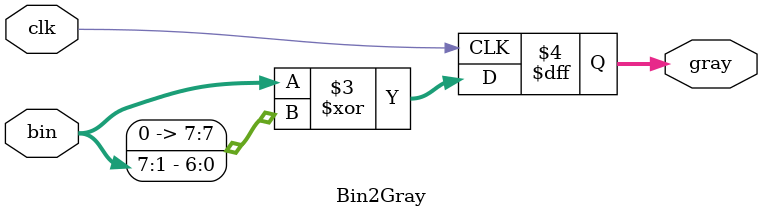
<source format=sv>
`ifndef __BIN2GRAY_SV__
`define __BIN2GRAY_SV__

module Bin2Gray #(
    parameter int DW = 8
) (
  input  logic              clk,
  input  logic [DW - 1 : 0] bin,
  output logic [DW - 1 : 0] gray
);

  always_ff @(posedge clk) begin
    gray <= bin ^ (bin >> 1);
  end

endmodule

`endif

</source>
